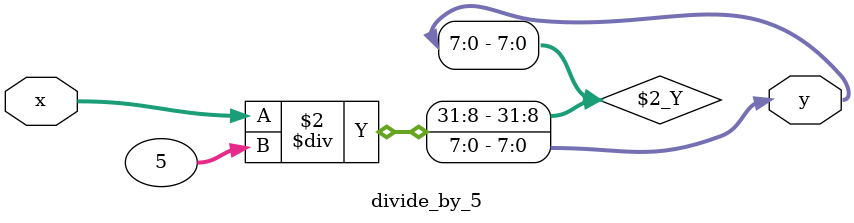
<source format=v>
`timescale 1ns / 1ps
module divide_by_5(
    input [15:0] x,
    output reg [7:0] y
    );
    
    always @(*) begin
        y = x / 5;
    end
    
endmodule

</source>
